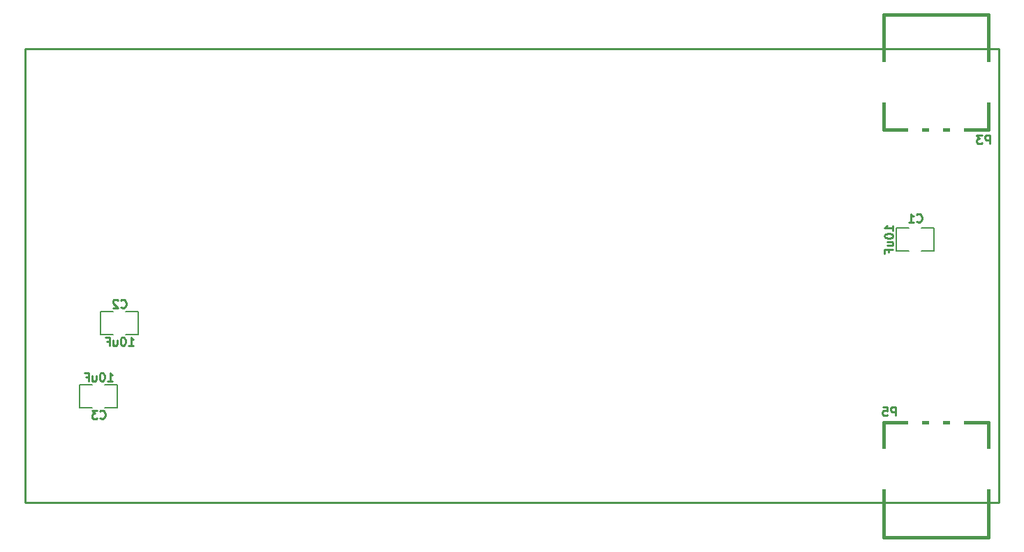
<source format=gbo>
G04 #@! TF.GenerationSoftware,KiCad,Pcbnew,no-vcs-found-7571~57~ubuntu16.04.1*
G04 #@! TF.CreationDate,2017-02-02T16:12:20-05:00*
G04 #@! TF.ProjectId,template_5x3,74656D706C6174655F3578332E6B6963,1.0*
G04 #@! TF.FileFunction,Legend,Bot*
G04 #@! TF.FilePolarity,Positive*
%FSLAX46Y46*%
G04 Gerber Fmt 4.6, Leading zero omitted, Abs format (unit mm)*
G04 Created by KiCad (PCBNEW no-vcs-found-7571~57~ubuntu16.04.1) date Thu Feb  2 16:12:20 2017*
%MOMM*%
%LPD*%
G01*
G04 APERTURE LIST*
%ADD10C,0.100000*%
%ADD11C,0.228600*%
%ADD12C,0.381000*%
%ADD13C,0.127000*%
%ADD14C,0.254000*%
%ADD15C,3.759200*%
%ADD16O,1.524000X2.540000*%
%ADD17O,2.540000X1.524000*%
%ADD18C,1.930400*%
%ADD19O,4.572000X3.556000*%
%ADD20O,4.064000X5.080000*%
%ADD21O,5.080000X3.556000*%
%ADD22O,5.080000X3.048000*%
%ADD23O,2.032000X1.524000*%
%ADD24O,1.524000X2.032000*%
%ADD25O,1.651000X2.159000*%
%ADD26C,1.600200*%
%ADD27R,1.778000X4.191000*%
%ADD28R,2.997200X5.029200*%
%ADD29R,1.270000X2.540000*%
G04 APERTURE END LIST*
D10*
D11*
X211455000Y-75311000D02*
X93345000Y-75311000D01*
X211455000Y-130429000D02*
X211455000Y-75311000D01*
X93345000Y-130429000D02*
X211455000Y-130429000D01*
X93345000Y-75311000D02*
X93345000Y-130429000D01*
D12*
X210185000Y-71120000D02*
X197485000Y-71120000D01*
X197485000Y-71120000D02*
X197485000Y-85090000D01*
X210185000Y-71120000D02*
X210185000Y-85090000D01*
X210185000Y-85090000D02*
X197485000Y-85090000D01*
X197485000Y-134620000D02*
X210185000Y-134620000D01*
X210185000Y-134620000D02*
X210185000Y-120650000D01*
X197485000Y-134620000D02*
X197485000Y-120650000D01*
X197485000Y-120650000D02*
X210185000Y-120650000D01*
D13*
X101473000Y-118872000D02*
X99949000Y-118872000D01*
X99949000Y-118872000D02*
X99949000Y-116078000D01*
X99949000Y-116078000D02*
X101473000Y-116078000D01*
X102997000Y-116078000D02*
X104521000Y-116078000D01*
X104521000Y-116078000D02*
X104521000Y-118872000D01*
X104521000Y-118872000D02*
X102997000Y-118872000D01*
X105537000Y-107188000D02*
X107061000Y-107188000D01*
X107061000Y-107188000D02*
X107061000Y-109982000D01*
X107061000Y-109982000D02*
X105537000Y-109982000D01*
X104013000Y-109982000D02*
X102489000Y-109982000D01*
X102489000Y-109982000D02*
X102489000Y-107188000D01*
X102489000Y-107188000D02*
X104013000Y-107188000D01*
X200533000Y-99822000D02*
X199009000Y-99822000D01*
X199009000Y-99822000D02*
X199009000Y-97028000D01*
X199009000Y-97028000D02*
X200533000Y-97028000D01*
X202057000Y-97028000D02*
X203581000Y-97028000D01*
X203581000Y-97028000D02*
X203581000Y-99822000D01*
X203581000Y-99822000D02*
X202057000Y-99822000D01*
D14*
X210299904Y-86819619D02*
X210299904Y-85803619D01*
X209912857Y-85803619D01*
X209816095Y-85852000D01*
X209767714Y-85900380D01*
X209719333Y-85997142D01*
X209719333Y-86142285D01*
X209767714Y-86239047D01*
X209816095Y-86287428D01*
X209912857Y-86335809D01*
X210299904Y-86335809D01*
X209380666Y-85803619D02*
X208751714Y-85803619D01*
X209090380Y-86190666D01*
X208945238Y-86190666D01*
X208848476Y-86239047D01*
X208800095Y-86287428D01*
X208751714Y-86384190D01*
X208751714Y-86626095D01*
X208800095Y-86722857D01*
X208848476Y-86771238D01*
X208945238Y-86819619D01*
X209235523Y-86819619D01*
X209332285Y-86771238D01*
X209380666Y-86722857D01*
X198869904Y-119839619D02*
X198869904Y-118823619D01*
X198482857Y-118823619D01*
X198386095Y-118872000D01*
X198337714Y-118920380D01*
X198289333Y-119017142D01*
X198289333Y-119162285D01*
X198337714Y-119259047D01*
X198386095Y-119307428D01*
X198482857Y-119355809D01*
X198869904Y-119355809D01*
X197370095Y-118823619D02*
X197853904Y-118823619D01*
X197902285Y-119307428D01*
X197853904Y-119259047D01*
X197757142Y-119210666D01*
X197515238Y-119210666D01*
X197418476Y-119259047D01*
X197370095Y-119307428D01*
X197321714Y-119404190D01*
X197321714Y-119646095D01*
X197370095Y-119742857D01*
X197418476Y-119791238D01*
X197515238Y-119839619D01*
X197757142Y-119839619D01*
X197853904Y-119791238D01*
X197902285Y-119742857D01*
X102404333Y-120123857D02*
X102452714Y-120172238D01*
X102597857Y-120220619D01*
X102694619Y-120220619D01*
X102839761Y-120172238D01*
X102936523Y-120075476D01*
X102984904Y-119978714D01*
X103033285Y-119785190D01*
X103033285Y-119640047D01*
X102984904Y-119446523D01*
X102936523Y-119349761D01*
X102839761Y-119253000D01*
X102694619Y-119204619D01*
X102597857Y-119204619D01*
X102452714Y-119253000D01*
X102404333Y-119301380D01*
X102065666Y-119204619D02*
X101436714Y-119204619D01*
X101775380Y-119591666D01*
X101630238Y-119591666D01*
X101533476Y-119640047D01*
X101485095Y-119688428D01*
X101436714Y-119785190D01*
X101436714Y-120027095D01*
X101485095Y-120123857D01*
X101533476Y-120172238D01*
X101630238Y-120220619D01*
X101920523Y-120220619D01*
X102017285Y-120172238D01*
X102065666Y-120123857D01*
X103323571Y-115648619D02*
X103904142Y-115648619D01*
X103613857Y-115648619D02*
X103613857Y-114632619D01*
X103710619Y-114777761D01*
X103807380Y-114874523D01*
X103904142Y-114922904D01*
X102694619Y-114632619D02*
X102597857Y-114632619D01*
X102501095Y-114681000D01*
X102452714Y-114729380D01*
X102404333Y-114826142D01*
X102355952Y-115019666D01*
X102355952Y-115261571D01*
X102404333Y-115455095D01*
X102452714Y-115551857D01*
X102501095Y-115600238D01*
X102597857Y-115648619D01*
X102694619Y-115648619D01*
X102791380Y-115600238D01*
X102839761Y-115551857D01*
X102888142Y-115455095D01*
X102936523Y-115261571D01*
X102936523Y-115019666D01*
X102888142Y-114826142D01*
X102839761Y-114729380D01*
X102791380Y-114681000D01*
X102694619Y-114632619D01*
X101485095Y-114971285D02*
X101485095Y-115648619D01*
X101920523Y-114971285D02*
X101920523Y-115503476D01*
X101872142Y-115600238D01*
X101775380Y-115648619D01*
X101630238Y-115648619D01*
X101533476Y-115600238D01*
X101485095Y-115551857D01*
X100662619Y-115116428D02*
X101001285Y-115116428D01*
X101001285Y-115648619D02*
X101001285Y-114632619D01*
X100517476Y-114632619D01*
X104944333Y-106661857D02*
X104992714Y-106710238D01*
X105137857Y-106758619D01*
X105234619Y-106758619D01*
X105379761Y-106710238D01*
X105476523Y-106613476D01*
X105524904Y-106516714D01*
X105573285Y-106323190D01*
X105573285Y-106178047D01*
X105524904Y-105984523D01*
X105476523Y-105887761D01*
X105379761Y-105791000D01*
X105234619Y-105742619D01*
X105137857Y-105742619D01*
X104992714Y-105791000D01*
X104944333Y-105839380D01*
X104557285Y-105839380D02*
X104508904Y-105791000D01*
X104412142Y-105742619D01*
X104170238Y-105742619D01*
X104073476Y-105791000D01*
X104025095Y-105839380D01*
X103976714Y-105936142D01*
X103976714Y-106032904D01*
X104025095Y-106178047D01*
X104605666Y-106758619D01*
X103976714Y-106758619D01*
X105863571Y-111330619D02*
X106444142Y-111330619D01*
X106153857Y-111330619D02*
X106153857Y-110314619D01*
X106250619Y-110459761D01*
X106347380Y-110556523D01*
X106444142Y-110604904D01*
X105234619Y-110314619D02*
X105137857Y-110314619D01*
X105041095Y-110363000D01*
X104992714Y-110411380D01*
X104944333Y-110508142D01*
X104895952Y-110701666D01*
X104895952Y-110943571D01*
X104944333Y-111137095D01*
X104992714Y-111233857D01*
X105041095Y-111282238D01*
X105137857Y-111330619D01*
X105234619Y-111330619D01*
X105331380Y-111282238D01*
X105379761Y-111233857D01*
X105428142Y-111137095D01*
X105476523Y-110943571D01*
X105476523Y-110701666D01*
X105428142Y-110508142D01*
X105379761Y-110411380D01*
X105331380Y-110363000D01*
X105234619Y-110314619D01*
X104025095Y-110653285D02*
X104025095Y-111330619D01*
X104460523Y-110653285D02*
X104460523Y-111185476D01*
X104412142Y-111282238D01*
X104315380Y-111330619D01*
X104170238Y-111330619D01*
X104073476Y-111282238D01*
X104025095Y-111233857D01*
X103202619Y-110798428D02*
X103541285Y-110798428D01*
X103541285Y-111330619D02*
X103541285Y-110314619D01*
X103057476Y-110314619D01*
X201464333Y-96247857D02*
X201512714Y-96296238D01*
X201657857Y-96344619D01*
X201754619Y-96344619D01*
X201899761Y-96296238D01*
X201996523Y-96199476D01*
X202044904Y-96102714D01*
X202093285Y-95909190D01*
X202093285Y-95764047D01*
X202044904Y-95570523D01*
X201996523Y-95473761D01*
X201899761Y-95377000D01*
X201754619Y-95328619D01*
X201657857Y-95328619D01*
X201512714Y-95377000D01*
X201464333Y-95425380D01*
X200496714Y-96344619D02*
X201077285Y-96344619D01*
X200787000Y-96344619D02*
X200787000Y-95328619D01*
X200883761Y-95473761D01*
X200980523Y-95570523D01*
X201077285Y-95618904D01*
X198579619Y-97336428D02*
X198579619Y-96755857D01*
X198579619Y-97046142D02*
X197563619Y-97046142D01*
X197708761Y-96949380D01*
X197805523Y-96852619D01*
X197853904Y-96755857D01*
X197563619Y-97965380D02*
X197563619Y-98062142D01*
X197612000Y-98158904D01*
X197660380Y-98207285D01*
X197757142Y-98255666D01*
X197950666Y-98304047D01*
X198192571Y-98304047D01*
X198386095Y-98255666D01*
X198482857Y-98207285D01*
X198531238Y-98158904D01*
X198579619Y-98062142D01*
X198579619Y-97965380D01*
X198531238Y-97868619D01*
X198482857Y-97820238D01*
X198386095Y-97771857D01*
X198192571Y-97723476D01*
X197950666Y-97723476D01*
X197757142Y-97771857D01*
X197660380Y-97820238D01*
X197612000Y-97868619D01*
X197563619Y-97965380D01*
X197902285Y-99174904D02*
X198579619Y-99174904D01*
X197902285Y-98739476D02*
X198434476Y-98739476D01*
X198531238Y-98787857D01*
X198579619Y-98884619D01*
X198579619Y-99029761D01*
X198531238Y-99126523D01*
X198482857Y-99174904D01*
X198047428Y-99997380D02*
X198047428Y-99658714D01*
X198579619Y-99658714D02*
X197563619Y-99658714D01*
X197563619Y-100142523D01*
%LPC*%
D15*
X111760000Y-127000000D03*
X113030000Y-78740000D03*
X194310000Y-127000000D03*
X187960000Y-78740000D03*
D16*
X125730000Y-127000000D03*
X128270000Y-127000000D03*
X130810000Y-127000000D03*
X133350000Y-127000000D03*
X135890000Y-127000000D03*
X138430000Y-127000000D03*
X140970000Y-127000000D03*
X143510000Y-127000000D03*
X148590000Y-127000000D03*
X151130000Y-127000000D03*
X153670000Y-127000000D03*
X156210000Y-127000000D03*
X158750000Y-127000000D03*
X161290000Y-127000000D03*
X163830000Y-127000000D03*
X166370000Y-127000000D03*
X171450000Y-127000000D03*
X173990000Y-127000000D03*
X176530000Y-127000000D03*
X179070000Y-127000000D03*
X181610000Y-127000000D03*
X184150000Y-127000000D03*
X186690000Y-127000000D03*
X189230000Y-127000000D03*
X116586000Y-78740000D03*
X119126000Y-78740000D03*
X121666000Y-78740000D03*
X124206000Y-78740000D03*
X126746000Y-78740000D03*
X129286000Y-78740000D03*
X131826000Y-78740000D03*
X134366000Y-78740000D03*
X136906000Y-78740000D03*
X139446000Y-78740000D03*
X143510000Y-78740000D03*
X161290000Y-78740000D03*
X158750000Y-78740000D03*
X156210000Y-78740000D03*
X153670000Y-78740000D03*
X151130000Y-78740000D03*
X148590000Y-78740000D03*
X146050000Y-78740000D03*
X166370000Y-78740000D03*
X168910000Y-78740000D03*
X171450000Y-78740000D03*
X173990000Y-78740000D03*
X176530000Y-78740000D03*
X179070000Y-78740000D03*
X181610000Y-78740000D03*
X184150000Y-78740000D03*
X191770000Y-78232000D03*
X194310000Y-78232000D03*
D17*
X191262000Y-81280000D03*
X194818000Y-81280000D03*
X191262000Y-83820000D03*
X194818000Y-83820000D03*
X191262000Y-86360000D03*
X194818000Y-86360000D03*
X191262000Y-88900000D03*
X194818000Y-88900000D03*
X191262000Y-91440000D03*
X194818000Y-91440000D03*
X191262000Y-93980000D03*
X194818000Y-93980000D03*
X191262000Y-96520000D03*
X194818000Y-96520000D03*
X191262000Y-99060000D03*
X194818000Y-99060000D03*
X191262000Y-101600000D03*
X194818000Y-101600000D03*
X191262000Y-104140000D03*
X194818000Y-104140000D03*
X191262000Y-106680000D03*
X194818000Y-106680000D03*
X191262000Y-109220000D03*
X194818000Y-109220000D03*
X191262000Y-111760000D03*
X194818000Y-111760000D03*
X191262000Y-114300000D03*
X194818000Y-114300000D03*
X191262000Y-116840000D03*
X194818000Y-116840000D03*
X191262000Y-119380000D03*
X194818000Y-119380000D03*
X191262000Y-121920000D03*
X194818000Y-121920000D03*
D16*
X103505000Y-113030000D03*
X100965000Y-113030000D03*
X106045000Y-113030000D03*
D18*
X208457800Y-102870000D03*
D19*
X204952600Y-102870000D03*
D20*
X199466200Y-102870000D03*
D21*
X206451200Y-98374200D03*
X206451200Y-107365800D03*
D22*
X99060000Y-107950000D03*
X99060000Y-97790000D03*
D23*
X105156000Y-102870000D03*
D24*
X107950000Y-102870000D03*
X107950000Y-100076000D03*
X107950000Y-105664000D03*
D25*
X198755000Y-94970600D03*
X203835000Y-94970600D03*
D26*
X99695000Y-90170000D03*
X99695000Y-80264000D03*
D27*
X206375000Y-86106000D03*
X203835000Y-86106000D03*
X201295000Y-86106000D03*
D26*
X208788000Y-82931000D03*
X198882000Y-82931000D03*
D28*
X209829400Y-79375000D03*
X197840600Y-79375000D03*
D26*
X205359000Y-80137000D03*
X205359000Y-90043000D03*
D27*
X201295000Y-119634000D03*
X203835000Y-119634000D03*
X206375000Y-119634000D03*
D26*
X198882000Y-122809000D03*
X208788000Y-122809000D03*
D28*
X197840600Y-126365000D03*
X209829400Y-126365000D03*
D26*
X207518000Y-124079000D03*
X200152000Y-124079000D03*
D23*
X197485000Y-109220000D03*
X202565000Y-109220000D03*
D29*
X100711000Y-117475000D03*
X103759000Y-117475000D03*
X106299000Y-108585000D03*
X103251000Y-108585000D03*
X199771000Y-98425000D03*
X202819000Y-98425000D03*
M02*

</source>
